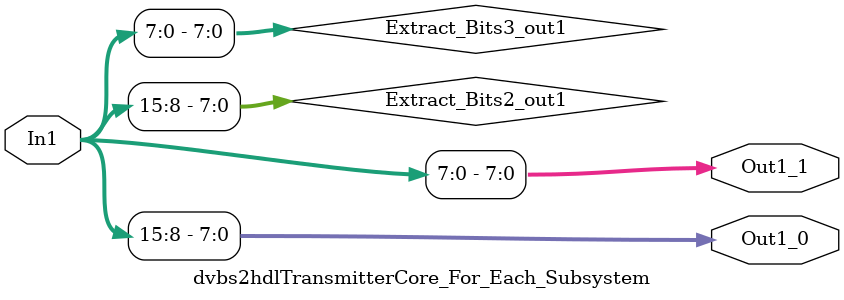
<source format=v>



`timescale 1 ns / 1 ns

module dvbs2hdlTransmitterCore_For_Each_Subsystem
          (In1,
           Out1_0,
           Out1_1);


  input   [15:0] In1;  // uint16
  output  [7:0] Out1_0;  // uint8
  output  [7:0] Out1_1;  // uint8


  wire [7:0] Extract_Bits2_out1;  // uint8
  wire [7:0] Extract_Bits3_out1;  // uint8


  assign Extract_Bits2_out1 = In1[15:8];



  assign Out1_0 = Extract_Bits2_out1;

  assign Extract_Bits3_out1 = In1[7:0];



  assign Out1_1 = Extract_Bits3_out1;

endmodule  // dvbs2hdlTransmitterCore_For_Each_Subsystem


</source>
